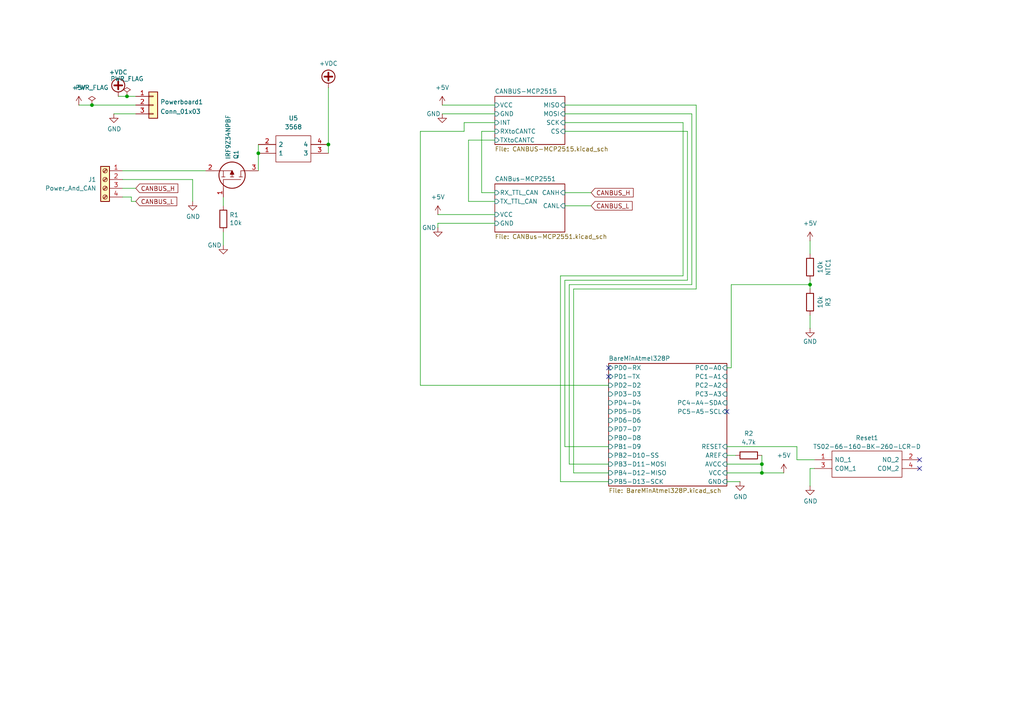
<source format=kicad_sch>
(kicad_sch (version 20231120) (generator "eeschema") (generator_version "8.0")
  (paper "A4")
  (lib_symbols
    (symbol "Connector:Screw_Terminal_01x04" (pin_names (offset 1.016) hide)
      (property "Reference" "J" (at 0 5.08 0))
      (property "Value" "Screw_Terminal_01x04" (at 0 -7.62 0))
      (symbol "Screw_Terminal_01x04_1_1"
        (rectangle (start -1.27 3.81) (end 1.27 -6.35) (stroke (width 0.254)) (fill (type background)))
        (circle (center 0 -5.08) (radius 0.635) (stroke (width 0.1524)))
        (circle (center 0 -2.54) (radius 0.635) (stroke (width 0.1524)))
        (polyline (pts (xy -0.5334 -4.7498) (xy 0.3302 -5.588)) (stroke (width 0.1524)))
        (polyline (pts (xy -0.5334 -2.2098) (xy 0.3302 -3.048)) (stroke (width 0.1524)))
        (polyline (pts (xy -0.5334 0.3302) (xy 0.3302 -0.508)) (stroke (width 0.1524)))
        (polyline (pts (xy -0.5334 2.8702) (xy 0.3302 2.032)) (stroke (width 0.1524)))
        (polyline (pts (xy -0.3556 -4.572) (xy 0.508 -5.4102)) (stroke (width 0.1524)))
        (polyline (pts (xy -0.3556 -2.032) (xy 0.508 -2.8702)) (stroke (width 0.1524)))
        (polyline (pts (xy -0.3556 0.508) (xy 0.508 -0.3302)) (stroke (width 0.1524)))
        (polyline (pts (xy -0.3556 3.048) (xy 0.508 2.2098)) (stroke (width 0.1524)))
        (circle (center 0 0) (radius 0.635) (stroke (width 0.1524)))
        (circle (center 0 2.54) (radius 0.635) (stroke (width 0.1524)))
        (pin passive line (at -5.08 2.54 0) (length 3.81) (name "Pin_1") (number "1"))
        (pin passive line (at -5.08 0 0) (length 3.81) (name "Pin_2") (number "2"))
        (pin passive line (at -5.08 -2.54 0) (length 3.81) (name "Pin_3") (number "3"))
        (pin passive line (at -5.08 -5.08 0) (length 3.81) (name "Pin_4") (number "4"))
      )
    )
    (symbol "Connector_Generic:Conn_01x03" (pin_names (offset 1.016) hide)
      (property "Reference" "J" (at 0 5.08 0))
      (property "Value" "Conn_01x03" (at 0 -5.08 0))
      (symbol "Conn_01x03_1_1"
        (rectangle (start -1.27 -2.413) (end 0 -2.667) (stroke (width 0.1524)))
        (rectangle (start -1.27 0.127) (end 0 -0.127) (stroke (width 0.1524)))
        (rectangle (start -1.27 2.667) (end 0 2.413) (stroke (width 0.1524)))
        (rectangle (start -1.27 3.81) (end 1.27 -3.81) (stroke (width 0.254)) (fill (type background)))
        (pin passive line (at -5.08 2.54 0) (length 3.81) (name "Pin_1") (number "1"))
        (pin passive line (at -5.08 0 0) (length 3.81) (name "Pin_2") (number "2"))
        (pin passive line (at -5.08 -2.54 0) (length 3.81) (name "Pin_3") (number "3"))
      )
    )
    (symbol "Device:R" (pin_numbers hide) (pin_names (offset 0))
      (property "Reference" "R" (at 2.032 0 90))
      (property "Value" "R" (at 0 0 90))
      (symbol "R_0_1"
        (rectangle (start -1.016 -2.54) (end 1.016 2.54) (stroke (width 0.254)))
      )
      (symbol "R_1_1"
        (pin passive line (at 0 3.81 270) (length 1.27) (name "~") (number "1"))
        (pin passive line (at 0 -3.81 90) (length 1.27) (name "~") (number "2"))
      )
    )
    (symbol "SamacSys_Parts:3568" (pin_names (offset 0.762))
      (property "Reference" "U" (at 16.51 7.62 0))
      (property "Value" "3568" (at 16.51 5.08 0))
      (symbol "3568_0_0"
        (pin passive line (at 0 -2.54 0) (length 5.08) (name "1") (number "1"))
        (pin passive line (at 0 0 0) (length 5.08) (name "2") (number "2"))
        (pin passive line (at 20.32 -2.54 180) (length 5.08) (name "3") (number "3"))
        (pin passive line (at 20.32 0 180) (length 5.08) (name "4") (number "4"))
      )
      (symbol "3568_0_1"
        (polyline (pts (xy 5.08 2.54) (xy 15.24 2.54) (xy 15.24 -5.08) (xy 5.08 -5.08) (xy 5.08 2.54)) (stroke (width 0.1524)))
      )
    )
    (symbol "SamacSys_Parts:IRF9Z34NPBF" (pin_names (offset 0.762))
      (property "Reference" "Q" (at 11.43 3.81 0))
      (property "Value" "IRF9Z34NPBF" (at 11.43 1.27 0))
      (symbol "IRF9Z34NPBF_0_0"
        (pin passive line (at 0 0 0) (length 2.54) (name "~") (number "1"))
        (pin passive line (at 7.62 -5.08 90) (length 2.54) (name "~") (number "2"))
        (pin passive line (at 7.62 10.16 270) (length 2.54) (name "~") (number "3"))
      )
      (symbol "IRF9Z34NPBF_0_1"
        (polyline (pts (xy 5.842 -0.508) (xy 5.842 0.508)) (stroke (width 0.1524)))
        (polyline (pts (xy 5.842 0) (xy 7.62 0)) (stroke (width 0.1524)))
        (polyline (pts (xy 5.842 2.032) (xy 5.842 3.048)) (stroke (width 0.1524)))
        (polyline (pts (xy 5.842 5.588) (xy 5.842 4.572)) (stroke (width 0.1524)))
        (polyline (pts (xy 7.62 2.54) (xy 5.842 2.54)) (stroke (width 0.1524)))
        (polyline (pts (xy 7.62 2.54) (xy 7.62 -2.54)) (stroke (width 0.1524)))
        (polyline (pts (xy 7.62 5.08) (xy 5.842 5.08)) (stroke (width 0.1524)))
        (polyline (pts (xy 7.62 5.08) (xy 7.62 7.62)) (stroke (width 0.1524)))
        (polyline (pts (xy 2.54 0) (xy 5.08 0) (xy 5.08 5.08)) (stroke (width 0.1524)))
        (polyline (pts (xy 7.62 2.54) (xy 6.604 3.048) (xy 6.604 2.032) (xy 7.62 2.54)) (stroke (width 0.254)) (fill (type outline)))
        (circle (center 6.35 2.54) (radius 3.81) (stroke (width 0.254)))
      )
    )
    (symbol "SamacSys_Parts:TS02-66-160-BK-260-LCR-D" (pin_names (offset 0.762))
      (property "Reference" "S" (at 26.67 7.62 0))
      (property "Value" "TS02-66-160-BK-260-LCR-D" (at 26.67 5.08 0))
      (symbol "TS02-66-160-BK-260-LCR-D_0_0"
        (pin passive line (at 0 0 0) (length 5.08) (name "NO_1") (number "1"))
        (pin passive line (at 30.48 0 180) (length 5.08) (name "NO_2") (number "2"))
        (pin passive line (at 0 -2.54 0) (length 5.08) (name "COM_1") (number "3"))
        (pin passive line (at 30.48 -2.54 180) (length 5.08) (name "COM_2") (number "4"))
      )
      (symbol "TS02-66-160-BK-260-LCR-D_0_1"
        (polyline (pts (xy 5.08 2.54) (xy 25.4 2.54) (xy 25.4 -5.08) (xy 5.08 -5.08) (xy 5.08 2.54)) (stroke (width 0.1524)))
      )
    )
    (symbol "power:+5V" (power) (pin_numbers hide) (pin_names (offset 0) hide)
      (property "Value" "+5V" (at 0 3.556 0))
      (symbol "+5V_0_1"
        (polyline (pts (xy -0.762 1.27) (xy 0 2.54)))
        (polyline (pts (xy 0 0) (xy 0 2.54)))
        (polyline (pts (xy 0 2.54) (xy 0.762 1.27)))
      )
      (symbol "+5V_1_1"
        (pin power_in line (at 0 0 90) (length 0) (name "~") (number "1"))
      )
    )
    (symbol "power:+VDC" (power) (pin_numbers hide) (pin_names (offset 0) hide)
      (property "Value" "+VDC" (at 0 6.35 0))
      (symbol "+VDC_0_1"
        (polyline (pts (xy -1.143 3.175) (xy 1.143 3.175)) (stroke (width 0.508)))
        (polyline (pts (xy 0 0) (xy 0 1.27)))
        (polyline (pts (xy 0 2.032) (xy 0 4.318)) (stroke (width 0.508)))
        (circle (center 0 3.175) (radius 1.905) (stroke (width 0.254)))
      )
      (symbol "+VDC_1_1"
        (pin power_in line (at 0 0 90) (length 0) (name "~") (number "1"))
      )
    )
    (symbol "power:GND" (power) (pin_numbers hide) (pin_names (offset 0) hide)
      (property "Value" "GND" (at 0 -3.81 0))
      (symbol "GND_0_1"
        (polyline (pts (xy 0 0) (xy 0 -1.27) (xy 1.27 -1.27) (xy 0 -2.54) (xy -1.27 -1.27) (xy 0 -1.27)))
      )
      (symbol "GND_1_1"
        (pin power_in line (at 0 0 270) (length 0) (name "~") (number "1"))
      )
    )
    (symbol "power:PWR_FLAG" (power) (pin_numbers hide) (pin_names (offset 0) hide)
      (property "Value" "PWR_FLAG" (at 0 3.81 0))
      (symbol "PWR_FLAG_0_0"
        (pin power_out line (at 0 0 90) (length 0) (name "~") (number "1"))
      )
      (symbol "PWR_FLAG_0_1"
        (polyline (pts (xy 0 0) (xy 0 1.27) (xy -1.016 1.905) (xy 0 2.54) (xy 1.016 1.905) (xy 0 1.27)))
      )
    )
  )
  (junction (at 234.95 82.55))
  (junction (at 95.25 41.91))
  (junction (at 74.93 44.45))
  (junction (at 36.83 27.94))
  (junction (at 220.98 134.62))
  (junction (at 26.67 30.48))
  (junction (at 220.98 137.16))
  (no_connect (at 176.53 106.68))
  (no_connect (at 176.53 109.22))
  (no_connect (at 266.7 135.89))
  (no_connect (at 210.82 119.38))
  (no_connect (at 266.7 133.35))
  (wire (pts (xy 34.29 27.94) (xy 36.83 27.94)))
  (wire (pts (xy 35.56 52.07) (xy 55.88 52.07)))
  (wire (pts (xy 128.27 33.02) (xy 143.51 33.02)))
  (wire (pts (xy 95.25 41.91) (xy 95.25 44.45)))
  (wire (pts (xy 231.14 129.54) (xy 231.14 133.35)))
  (wire (pts (xy 176.53 111.76) (xy 121.92 111.76)))
  (wire (pts (xy 26.67 30.48) (xy 39.37 30.48)))
  (wire (pts (xy 176.53 129.54) (xy 163.83 129.54)))
  (wire (pts (xy 212.09 106.68) (xy 212.09 82.55)))
  (wire (pts (xy 200.66 33.02) (xy 200.66 82.55)))
  (wire (pts (xy 38.1 58.42) (xy 38.1 57.15)))
  (wire (pts (xy 234.95 82.55) (xy 234.95 83.82)))
  (wire (pts (xy 234.95 135.89) (xy 234.95 140.97)))
  (wire (pts (xy 143.51 64.77) (xy 127 64.77)))
  (wire (pts (xy 55.88 58.42) (xy 55.88 52.07)))
  (wire (pts (xy 234.95 81.28) (xy 234.95 82.55)))
  (wire (pts (xy 210.82 139.7) (xy 214.63 139.7)))
  (wire (pts (xy 139.7 38.1) (xy 143.51 38.1)))
  (wire (pts (xy 163.83 81.28) (xy 199.39 81.28)))
  (wire (pts (xy 127 62.23) (xy 143.51 62.23)))
  (wire (pts (xy 198.12 35.56) (xy 163.83 35.56)))
  (wire (pts (xy 163.83 129.54) (xy 163.83 81.28)))
  (wire (pts (xy 210.82 132.08) (xy 213.36 132.08)))
  (wire (pts (xy 128.27 30.48) (xy 143.51 30.48)))
  (wire (pts (xy 220.98 137.16) (xy 227.33 137.16)))
  (wire (pts (xy 198.12 80.01) (xy 198.12 35.56)))
  (wire (pts (xy 121.92 38.1) (xy 134.62 38.1)))
  (wire (pts (xy 127 64.77) (xy 127 66.04)))
  (wire (pts (xy 163.83 33.02) (xy 200.66 33.02)))
  (wire (pts (xy 234.95 91.44) (xy 234.95 95.25)))
  (wire (pts (xy 165.1 82.55) (xy 165.1 134.62)))
  (wire (pts (xy 38.1 57.15) (xy 35.56 57.15)))
  (wire (pts (xy 162.56 80.01) (xy 198.12 80.01)))
  (wire (pts (xy 74.93 44.45) (xy 74.93 49.53)))
  (wire (pts (xy 143.51 55.88) (xy 139.7 55.88)))
  (wire (pts (xy 210.82 106.68) (xy 212.09 106.68)))
  (wire (pts (xy 176.53 139.7) (xy 162.56 139.7)))
  (wire (pts (xy 210.82 129.54) (xy 231.14 129.54)))
  (wire (pts (xy 135.89 40.64) (xy 135.89 58.42)))
  (wire (pts (xy 220.98 134.62) (xy 220.98 137.16)))
  (wire (pts (xy 121.92 111.76) (xy 121.92 38.1)))
  (wire (pts (xy 22.86 30.48) (xy 26.67 30.48)))
  (wire (pts (xy 176.53 137.16) (xy 166.37 137.16)))
  (wire (pts (xy 165.1 134.62) (xy 176.53 134.62)))
  (wire (pts (xy 234.95 69.85) (xy 234.95 73.66)))
  (wire (pts (xy 35.56 49.53) (xy 59.69 49.53)))
  (wire (pts (xy 36.83 27.94) (xy 39.37 27.94)))
  (wire (pts (xy 163.83 59.69) (xy 171.45 59.69)))
  (wire (pts (xy 33.02 33.02) (xy 39.37 33.02)))
  (wire (pts (xy 162.56 139.7) (xy 162.56 80.01)))
  (wire (pts (xy 74.93 41.91) (xy 74.93 44.45)))
  (wire (pts (xy 134.62 35.56) (xy 143.51 35.56)))
  (wire (pts (xy 139.7 55.88) (xy 139.7 38.1)))
  (wire (pts (xy 166.37 137.16) (xy 166.37 83.82)))
  (wire (pts (xy 39.37 58.42) (xy 38.1 58.42)))
  (wire (pts (xy 166.37 83.82) (xy 201.93 83.82)))
  (wire (pts (xy 64.77 67.31) (xy 64.77 71.12)))
  (wire (pts (xy 236.22 135.89) (xy 234.95 135.89)))
  (wire (pts (xy 199.39 81.28) (xy 199.39 38.1)))
  (wire (pts (xy 135.89 58.42) (xy 143.51 58.42)))
  (wire (pts (xy 134.62 38.1) (xy 134.62 35.56)))
  (wire (pts (xy 200.66 82.55) (xy 165.1 82.55)))
  (wire (pts (xy 163.83 30.48) (xy 201.93 30.48)))
  (wire (pts (xy 143.51 40.64) (xy 135.89 40.64)))
  (wire (pts (xy 163.83 55.88) (xy 171.45 55.88)))
  (wire (pts (xy 201.93 83.82) (xy 201.93 30.48)))
  (wire (pts (xy 35.56 54.61) (xy 39.37 54.61)))
  (wire (pts (xy 231.14 133.35) (xy 236.22 133.35)))
  (wire (pts (xy 95.25 25.4) (xy 95.25 41.91)))
  (wire (pts (xy 212.09 82.55) (xy 234.95 82.55)))
  (wire (pts (xy 64.77 59.69) (xy 64.77 57.15)))
  (wire (pts (xy 210.82 134.62) (xy 220.98 134.62)))
  (wire (pts (xy 220.98 132.08) (xy 220.98 134.62)))
  (wire (pts (xy 210.82 137.16) (xy 220.98 137.16)))
  (wire (pts (xy 199.39 38.1) (xy 163.83 38.1)))
  (global_label "CANBUS_H" (shape input) (at 39.37 54.61 0) (property "Intersheetrefs" "${INTERSHEET_REFS}" (effects (hide yes))))
  (global_label "CANBUS_H" (shape input) (at 171.45 55.88 0) (property "Intersheetrefs" "${INTERSHEET_REFS}" (effects (hide yes))))
  (global_label "CANBUS_L" (shape input) (at 171.45 59.69 0) (property "Intersheetrefs" "${INTERSHEET_REFS}" (effects (hide yes))))
  (global_label "CANBUS_L" (shape input) (at 39.37 58.42 0) (property "Intersheetrefs" "${INTERSHEET_REFS}" (effects (hide yes))))
  (symbol (lib_id "power:+5V") (at 22.86 30.48 0) (unit 1)
    (property "Reference" "#PWR01" (effects (hide yes)))
    (property "Value" "+5V" (at 22.86 25.4 0))
    (property "Description" "Power symbol creates a global label with name \"+5V\"" (effects (hide yes)))
  )
  (symbol (lib_id "SamacSys_Parts:IRF9Z34NPBF") (at 64.77 57.15 270) (mirror x) (unit 1)
    (property "Reference" "Q1" (at 68.4784 46.228 0) (effects (justify left)))
    (property "Value" "IRF9Z34NPBF" (at 66.167 46.228 0) (effects (justify left)))
    (property "Footprint" "TO254P469X1042X1967-3P" (effects (hide yes)))
    (property "Datasheet" "https://www.infineon.com/dgdl/irf9z34npbf.pdf?fileId=5546d462533600a40153561220af1ddd" (effects (hide yes)))
    (property "Description" "MOSFET MOSFT PCh -55V -17A 100mOhm 23.3nC" (effects (hide yes)))
    (property "Height" "4.69" (effects (hide yes)))
    (property "Mouser Part Number" "942-IRF9Z34NPBF" (effects (hide yes)))
    (property "Mouser Price/Stock" "https://www.mouser.co.uk/ProductDetail/Infineon-Technologies/IRF9Z34NPBF?qs=9%252BKlkBgLFf16a%2FvlD%252BMCtQ%3D%3D" (effects (hide yes)))
    (property "Manufacturer_Name" "Infineon" (effects (hide yes)))
    (property "Manufacturer_Part_Number" "IRF9Z34NPBF" (effects (hide yes)))
  )
  (symbol (lib_id "power:PWR_FLAG") (at 36.83 27.94 0) (unit 1)
    (property "Reference" "#FLG02" (effects (hide yes)))
    (property "Value" "PWR_FLAG" (at 36.83 22.86 0))
    (property "Description" "Special symbol for telling ERC where power comes from" (effects (hide yes)))
  )
  (symbol (lib_id "power:+VDC") (at 34.29 27.94 0) (unit 1)
    (property "Reference" "#PWR02" (effects (hide yes)))
    (property "Value" "+VDC" (at 34.29 20.955 0))
    (property "Description" "Power symbol creates a global label with name \"+VDC\"" (effects (hide yes)))
  )
  (symbol (lib_id "SamacSys_Parts:TS02-66-160-BK-260-LCR-D") (at 236.22 133.35 0) (unit 1)
    (property "Reference" "Reset1" (at 251.46 127 0))
    (property "Value" "TS02-66-160-BK-260-LCR-D" (at 251.46 129.54 0))
    (property "Footprint" "TS0266160BK260LCRD" (effects (hide yes)))
    (property "Datasheet" "https://www.cuidevices.com/product/resource/ts02.pdf" (effects (hide yes)))
    (property "Description" "Tactile Switches 6 x 6 mm, 16 mm Act Height, 260 gf, Black, Long Crimped, Through Hole, SPST," (effects (hide yes)))
    (property "Height" "16.2" (effects (hide yes)))
    (property "Mouser Part Number" "179-TS0266160BK260LC" (effects (hide yes)))
    (property "Mouser Price/Stock" "https://www.mouser.co.uk/ProductDetail/CUI-Devices/TS02-66-160-BK-260-LCR-D?qs=A6eO%252BMLsxmR2iSh4nOToMQ%3D%3D" (effects (hide yes)))
    (property "Manufacturer_Name" "CUI Devices" (effects (hide yes)))
    (property "Manufacturer_Part_Number" "TS02-66-160-BK-260-LCR-D" (effects (hide yes)))
  )
  (symbol (lib_id "power:GND") (at 234.95 140.97 0) (unit 1)
    (property "Reference" "#PWR021" (effects (hide yes)))
    (property "Value" "GND" (at 235.077 145.3642 0))
    (property "Description" "Power symbol creates a global label with name \"GND\" , ground" (effects (hide yes)))
  )
  (symbol (lib_id "power:+5V") (at 127 62.23 0) (unit 1)
    (property "Reference" "#PWR013" (effects (hide yes)))
    (property "Value" "+5V" (at 127 57.15 0))
    (property "Description" "Power symbol creates a global label with name \"+5V\"" (effects (hide yes)))
  )
  (symbol (lib_id "power:GND") (at 33.02 33.02 0) (unit 1)
    (property "Reference" "#PWR03" (effects (hide yes)))
    (property "Value" "GND" (at 33.147 37.4142 0))
    (property "Description" "Power symbol creates a global label with name \"GND\" , ground" (effects (hide yes)))
  )
  (symbol (lib_id "power:PWR_FLAG") (at 26.67 30.48 0) (unit 1)
    (property "Reference" "#FLG01" (effects (hide yes)))
    (property "Value" "PWR_FLAG" (at 26.67 25.4 0))
    (property "Description" "Special symbol for telling ERC where power comes from" (effects (hide yes)))
  )
  (symbol (lib_id "Device:R") (at 64.77 63.5 0) (unit 1)
    (property "Reference" "R1" (at 66.548 62.3316 0) (effects (justify left)))
    (property "Value" "10k" (at 66.548 64.643 0) (effects (justify left)))
    (property "Footprint" "Resistor_SMD:R_1206_3216Metric_Pad1.30x1.75mm_HandSolder" (effects (hide yes)))
    (property "Description" "Resistor" (effects (hide yes)))
  )
  (symbol (lib_id "power:GND") (at 55.88 58.42 0) (unit 1)
    (property "Reference" "#PWR06" (effects (hide yes)))
    (property "Value" "GND" (at 56.007 62.8142 0))
    (property "Description" "Power symbol creates a global label with name \"GND\" , ground" (effects (hide yes)))
  )
  (symbol (lib_id "Connector_Generic:Conn_01x03") (at 44.45 30.48 0) (unit 1)
    (property "Reference" "Powerboard1" (at 46.482 29.5715 0) (effects (justify left)))
    (property "Value" "Conn_01x03" (at 46.482 32.3466 0) (effects (justify left)))
    (property "Footprint" "Connector_PinHeader_2.54mm:PinHeader_1x03_P2.54mm_Vertical" (effects (hide yes)))
    (property "Description" "Generic connector, single row, 01x03, script generated (kicad-library-utils/schlib/autogen/connector/)" (effects (hide yes)))
  )
  (symbol (lib_id "Connector:Screw_Terminal_01x04") (at 30.48 52.07 0) (mirror y) (unit 1)
    (property "Reference" "J1" (at 27.94 52.0699 0) (effects (justify left)))
    (property "Value" "Power_And_CAN" (at 27.94 54.6099 0) (effects (justify left)))
    (property "Footprint" "TerminalBlock_Phoenix:TerminalBlock_Phoenix_MPT-0,5-4-2.54_1x04_P2.54mm_Horizontal" (effects (hide yes)))
    (property "Description" "Generic screw terminal, single row, 01x04, script generated (kicad-library-utils/schlib/autogen/connector/)" (effects (hide yes)))
  )
  (symbol (lib_id "power:GND") (at 128.27 33.02 0) (unit 1)
    (property "Reference" "#PWR016" (effects (hide yes)))
    (property "Value" "GND" (at 125.73 33.02 0))
    (property "Description" "Power symbol creates a global label with name \"GND\" , ground" (effects (hide yes)))
  )
  (symbol (lib_id "Device:R") (at 217.17 132.08 90) (unit 1)
    (property "Reference" "R2" (at 217.17 125.73 90))
    (property "Value" "4.7k" (at 217.17 128.27 90))
    (property "Footprint" "Resistor_SMD:R_1206_3216Metric_Pad1.30x1.75mm_HandSolder" (effects (hide yes)))
    (property "Description" "Resistor" (effects (hide yes)))
  )
  (symbol (lib_id "power:GND") (at 234.95 95.25 0) (unit 1)
    (property "Reference" "#PWR020" (effects (hide yes)))
    (property "Value" "GND" (at 234.95 99.06 0))
    (property "Description" "Power symbol creates a global label with name \"GND\" , ground" (effects (hide yes)))
  )
  (symbol (lib_id "power:GND") (at 64.77 71.12 0) (unit 1)
    (property "Reference" "#PWR08" (effects (hide yes)))
    (property "Value" "GND" (at 62.23 71.12 0))
    (property "Description" "Power symbol creates a global label with name \"GND\" , ground" (effects (hide yes)))
  )
  (symbol (lib_id "Device:R") (at 234.95 87.63 180) (unit 1)
    (property "Reference" "R3" (at 240.2078 87.63 90))
    (property "Value" "10k" (at 237.8964 87.63 90))
    (property "Footprint" "Resistor_SMD:R_1206_3216Metric_Pad1.30x1.75mm_HandSolder" (effects (hide yes)))
    (property "Description" "Resistor" (effects (hide yes)))
  )
  (symbol (lib_id "power:+5V") (at 227.33 137.16 0) (unit 1)
    (property "Reference" "#PWR018" (effects (hide yes)))
    (property "Value" "+5V" (at 227.33 132.08 0))
    (property "Description" "Power symbol creates a global label with name \"+5V\"" (effects (hide yes)))
  )
  (symbol (lib_id "power:GND") (at 214.63 139.7 0) (unit 1)
    (property "Reference" "#PWR017" (effects (hide yes)))
    (property "Value" "GND" (at 214.757 144.0942 0))
    (property "Description" "Power symbol creates a global label with name \"GND\" , ground" (effects (hide yes)))
  )
  (symbol (lib_id "power:+VDC") (at 95.25 25.4 0) (unit 1)
    (property "Reference" "#PWR012" (effects (hide yes)))
    (property "Value" "+VDC" (at 95.25 18.415 0))
    (property "Description" "Power symbol creates a global label with name \"+VDC\"" (effects (hide yes)))
  )
  (symbol (lib_id "Device:R") (at 234.95 77.47 180) (unit 1)
    (property "Reference" "NTC1" (at 240.2078 77.47 90))
    (property "Value" "10k" (at 237.8964 77.47 90))
    (property "Footprint" "Resistor_THT:R_Axial_DIN0207_L6.3mm_D2.5mm_P2.54mm_Vertical" (effects (hide yes)))
    (property "Description" "Resistor" (effects (hide yes)))
  )
  (symbol (lib_id "power:GND") (at 127 66.04 0) (unit 1)
    (property "Reference" "#PWR014" (effects (hide yes)))
    (property "Value" "GND" (at 124.46 66.04 0))
    (property "Description" "Power symbol creates a global label with name \"GND\" , ground" (effects (hide yes)))
  )
  (symbol (lib_id "power:+5V") (at 128.27 30.48 0) (unit 1)
    (property "Reference" "#PWR015" (effects (hide yes)))
    (property "Value" "+5V" (at 128.27 25.4 0))
    (property "Description" "Power symbol creates a global label with name \"+5V\"" (effects (hide yes)))
  )
  (symbol (lib_id "power:+5V") (at 234.95 69.85 0) (unit 1)
    (property "Reference" "#PWR019" (effects (hide yes)))
    (property "Value" "+5V" (at 234.95 64.77 0))
    (property "Description" "Power symbol creates a global label with name \"+5V\"" (effects (hide yes)))
  )
  (symbol (lib_id "SamacSys_Parts:3568") (at 74.93 41.91 0) (unit 1)
    (property "Reference" "U5" (at 85.09 34.29 0))
    (property "Value" "3568" (at 85.09 36.83 0))
    (property "Footprint" "3568" (effects (hide yes)))
    (property "Description" "Fuse Holder 30A 500V 1 Circuit Blade Through Hole" (effects (hide yes)))
    (property "Height" "7.5" (effects (hide yes)))
    (property "Mouser Part Number" "534-3568" (effects (hide yes)))
    (property "Mouser Price/Stock" "https://www.mouser.co.uk/ProductDetail/Keystone-Electronics/3568?qs=fP5bVVCrK%2Fd7nbA%2FPpwnKw%3D%3D" (effects (hide yes)))
    (property "Manufacturer_Name" "Keystone Electronics" (effects (hide yes)))
    (property "Manufacturer_Part_Number" "3568" (effects (hide yes)))
  )
  (sheet (at 143.51 53.34) (size 20.32 13.97) (stroke (width 0.1524))
    (property "Sheetname" "CANBus-MCP2551" (at 143.51 52.6284 0) (effects (justify left bottom)))
    (property "Sheetfile" "CANBus-MCP2551.kicad_sch" (at 143.51 67.8946 0) (effects (justify left top)))
    (pin "GND" input (at 143.51 64.77 180))
    (pin "VCC" input (at 143.51 62.23 180))
    (pin "CANH" input (at 163.83 55.88 0))
    (pin "TX_TTL_CAN" input (at 143.51 58.42 180))
    (pin "CANL" input (at 163.83 59.69 0))
    (pin "RX_TTL_CAN" input (at 143.51 55.88 180))
  )
  (sheet (at 143.51 27.94) (size 20.32 13.97) (stroke (width 0.1524))
    (property "Sheetname" "CANBUS-MCP2515" (at 143.51 27.2284 0) (effects (justify left bottom)))
    (property "Sheetfile" "CANBUS-MCP2515.kicad_sch" (at 143.51 42.4946 0) (effects (justify left top)))
    (pin "VCC" input (at 143.51 30.48 180))
    (pin "GND" input (at 143.51 33.02 180))
    (pin "RXtoCANTC" input (at 143.51 38.1 180))
    (pin "TXtoCANTC" input (at 143.51 40.64 180))
    (pin "MISO" input (at 163.83 30.48 0))
    (pin "INT" input (at 143.51 35.56 180))
    (pin "SCK" input (at 163.83 35.56 0))
    (pin "MOSI" input (at 163.83 33.02 0))
    (pin "CS" input (at 163.83 38.1 0))
  )
  (sheet (at 176.53 105.41) (size 34.29 35.56) (stroke (width 0.1524))
    (property "Sheetname" "BareMinAtmel328P" (at 176.53 104.6984 0) (effects (justify left bottom)))
    (property "Sheetfile" "BareMinAtmel328P.kicad_sch" (at 176.53 141.5546 0) (effects (justify left top)))
    (pin "PB3-D11-MOSI" input (at 176.53 134.62 180))
    (pin "PB4-D12-MISO" input (at 176.53 137.16 180))
    (pin "PB2-D10-SS" input (at 176.53 132.08 180))
    (pin "PB5-D13-SCK" input (at 176.53 139.7 180))
    (pin "PB1-D9" input (at 176.53 129.54 180))
    (pin "PB0-D8" input (at 176.53 127 180))
    (pin "PC4-A4-SDA" input (at 210.82 116.84 0))
    (pin "PC2-A2" input (at 210.82 111.76 0))
    (pin "PC3-A3" input (at 210.82 114.3 0))
    (pin "PC5-A5-SCL" input (at 210.82 119.38 0))
    (pin "PC1-A1" input (at 210.82 109.22 0))
    (pin "PC0-A0" input (at 210.82 106.68 0))
    (pin "AVCC" input (at 210.82 134.62 0))
    (pin "VCC" input (at 210.82 137.16 0))
    (pin "PD1-TX" input (at 176.53 109.22 180))
    (pin "PD2-D2" input (at 176.53 111.76 180))
    (pin "PD3-D3" input (at 176.53 114.3 180))
    (pin "PD4-D4" input (at 176.53 116.84 180))
    (pin "PD0-RX" input (at 176.53 106.68 180))
    (pin "GND" input (at 210.82 139.7 0))
    (pin "PD7-D7" input (at 176.53 124.46 180))
    (pin "PD6-D6" input (at 176.53 121.92 180))
    (pin "PD5-D5" input (at 176.53 119.38 180))
    (pin "AREF" input (at 210.82 132.08 0))
    (pin "RESET" input (at 210.82 129.54 0))
  )
)
</source>
